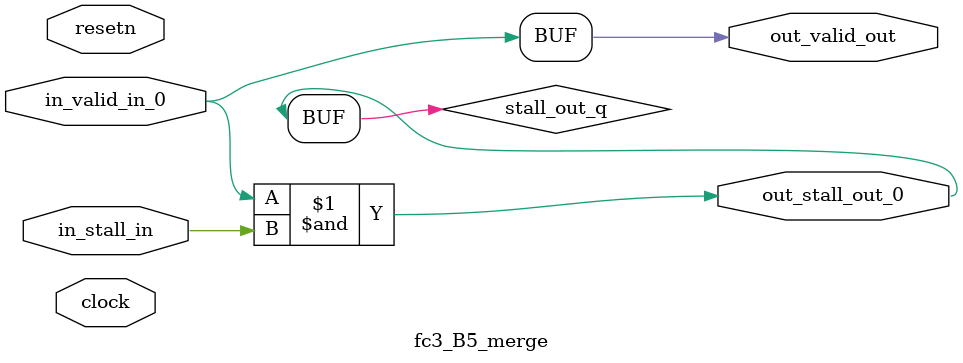
<source format=sv>



(* altera_attribute = "-name AUTO_SHIFT_REGISTER_RECOGNITION OFF; -name MESSAGE_DISABLE 10036; -name MESSAGE_DISABLE 10037; -name MESSAGE_DISABLE 14130; -name MESSAGE_DISABLE 14320; -name MESSAGE_DISABLE 15400; -name MESSAGE_DISABLE 14130; -name MESSAGE_DISABLE 10036; -name MESSAGE_DISABLE 12020; -name MESSAGE_DISABLE 12030; -name MESSAGE_DISABLE 12010; -name MESSAGE_DISABLE 12110; -name MESSAGE_DISABLE 14320; -name MESSAGE_DISABLE 13410; -name MESSAGE_DISABLE 113007; -name MESSAGE_DISABLE 10958" *)
module fc3_B5_merge (
    input wire [0:0] in_stall_in,
    input wire [0:0] in_valid_in_0,
    output wire [0:0] out_stall_out_0,
    output wire [0:0] out_valid_out,
    input wire clock,
    input wire resetn
    );

    wire [0:0] stall_out_q;


    // stall_out(LOGICAL,6)
    assign stall_out_q = in_valid_in_0 & in_stall_in;

    // out_stall_out_0(GPOUT,4)
    assign out_stall_out_0 = stall_out_q;

    // out_valid_out(GPOUT,5)
    assign out_valid_out = in_valid_in_0;

endmodule

</source>
